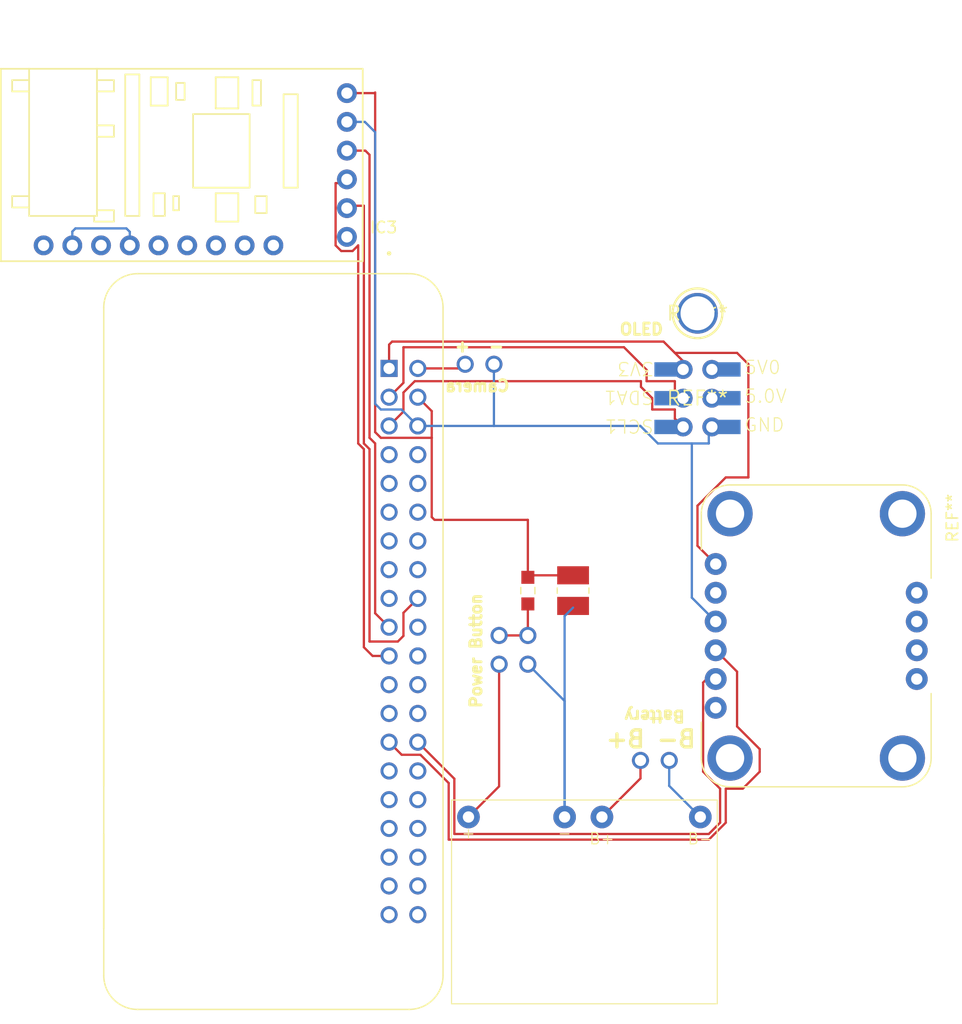
<source format=kicad_pcb>
(kicad_pcb (version 20241229) (generator "pcbnew") (generator_version "9.0")
  (title_block (title "Protoype Power Distribution PCB Design") (rev "V1") (company "VISION"))
  (layers (0 "F.Cu" signal) (4 "In1.Cu" signal) (6 "In2.Cu" signal) (8 "In3.Cu" signal) (10 "In4.Cu" signal) (12 "In5.Cu" signal) (14 "In6.Cu" signal) (16 "In7.Cu" signal) (18 "In8.Cu" signal) (20 "In9.Cu" signal) (22 "In10.Cu" signal) (24 "In11.Cu" signal) (26 "In12.Cu" signal) (28 "In13.Cu" signal) (30 "In14.Cu" signal) (2 "B.Cu" signal) (13 "F.Paste" user) (15 "B.Paste" user) (5 "F.SilkS" user "F.Silkscreen") (7 "B.SilkS" user "B.Silkscreen") (1 "F.Mask" user) (3 "B.Mask" user) (25 "Edge.Cuts" user))
  (net 0 "")
  (footprint "47k:RES_ERA6ARW473V" (layer "F.Cu") (at 118 75 90)
    (property "Reference" "REF**" (hide yes))
    (property "Value" "47kΩ")
    (fp_line (start -0.28 -0.625) (end 0.28 -0.625) (stroke (width 0.127)) (layer "F.SilkS"))
    (fp_line (start -0.28 0.625) (end 0.28 0.625) (stroke (width 0.127)) (layer "F.SilkS"))
    (pad "1" smd rect (at -1.175 0 90) (size 1.15 1.15) (layers "F.Cu" "F.Mask" "F.Paste"))
    (pad "2" smd rect (at 1.175 0 90) (size 1.15 1.15) (layers "F.Cu" "F.Mask" "F.Paste"))
  )
  (footprint "Adafruit 128x32 Pi OLED:RASPBERRYPI_2X3_THMSMT" (layer "F.Cu") (at 133 58)
    (property "Reference" "REF**" (at 0 0 0) (layer "F.SilkS") (effects (font (size 1.27 1.27))))
    (property "Value" "")
    (fp_text user "3V3" (at -3.81 -3.302 180) (layer "F.SilkS") (effects (font (size 1.1684 1.1684) (thickness 0.1016)) (justify left bottom)))
    (fp_text user "5V0" (at 4.064 -2.032 0) (layer "F.SilkS") (effects (font (size 1.1684 1.1684) (thickness 0.1016)) (justify left bottom)))
    (fp_text user "SDA1" (at -3.81 -0.762 180) (layer "F.SilkS") (effects (font (size 1.1684 1.1684) (thickness 0.1016)) (justify left bottom)))
    (fp_text user "GND" (at 4.064 3.048 0) (layer "F.SilkS") (effects (font (size 1.1684 1.1684) (thickness 0.1016)) (justify left bottom)))
    (fp_text user "5.0V" (at 4.064 0.508 0) (layer "F.SilkS") (effects (font (size 1.1684 1.1684) (thickness 0.1016)) (justify left bottom)))
    (fp_text user "SCL1" (at -3.81 1.778 180) (layer "F.SilkS") (effects (font (size 1.1684 1.1684) (thickness 0.1016)) (justify left bottom)))
    (pad "1" thru_hole circle (at -1.27 -2.54 270) (size 1.6764 1.6764) (drill 1) (layers "*.Cu" "*.Mask"))
    (pad "1'" smd rect (at -2.794 -2.54 90) (size 1.27 2.032) (layers "B.Cu" "B.Mask" "B.Paste"))
    (pad "2" thru_hole circle (at 1.27 -2.54 270) (size 1.6764 1.6764) (drill 1) (layers "*.Cu" "*.Mask"))
    (pad "2'" smd rect (at 2.794 -2.54 90) (size 1.27 2.032) (layers "B.Cu" "B.Mask" "B.Paste"))
    (pad "3" thru_hole circle (at -1.27 0 270) (size 1.6764 1.6764) (drill 1) (layers "*.Cu" "*.Mask"))
    (pad "3'" smd rect (at -2.794 0 90) (size 1.27 2.032) (layers "B.Cu" "B.Mask" "B.Paste"))
    (pad "4" thru_hole circle (at 1.27 0 270) (size 1.6764 1.6764) (drill 1) (layers "*.Cu" "*.Mask"))
    (pad "4'" smd rect (at 2.794 0 90) (size 1.27 2.032) (layers "B.Cu" "B.Mask" "B.Paste"))
    (pad "5" thru_hole circle (at -1.27 2.54 270) (size 1.6764 1.6764) (drill 1) (layers "*.Cu" "*.Mask"))
    (pad "5'" smd rect (at -2.794 2.54 90) (size 1.27 2.032) (layers "B.Cu" "B.Mask" "B.Paste"))
    (pad "6" thru_hole circle (at 1.27 2.54 270) (size 1.6764 1.6764) (drill 1) (layers "*.Cu" "*.Mask"))
    (pad "6'" smd rect (at 2.794 2.54 90) (size 1.27 2.032) (layers "B.Cu" "B.Mask" "B.Paste"))
  )
  (footprint "ChargingBoardTP4056:Charging Board TP4056" (layer "F.Cu") (at 122.25 99)
    (property "Reference" "REF**" (hide yes))
    (property "Value" "Charging Board TP4056")
    (fp_line (start -11 -5.5) (end 12.5 -5.5) (stroke (width 0.1)) (layer "F.SilkS"))
    (fp_line (start -11 12.5) (end -11 -5.5) (stroke (width 0.1)) (layer "F.SilkS"))
    (fp_line (start 12.5 -5.5) (end 12.5 12.5) (stroke (width 0.1)) (layer "F.SilkS"))
    (fp_line (start 12.5 12.5) (end -11 12.5) (stroke (width 0.1)) (layer "F.SilkS"))
    (fp_text user "B-" (at 11 -1.5 0) (layer "F.SilkS") (effects (font (thickness 0.1)) (justify bottom)))
    (fp_text user "+" (at -9.5 -2 0) (layer "F.SilkS") (effects (font (thickness 0.1)) (justify bottom)))
    (fp_text user "-" (at -1 -2 0) (layer "F.SilkS") (effects (font (thickness 0.1)) (justify bottom)))
    (fp_text user "B+" (at 2.3 -1.5 0) (layer "F.SilkS") (effects (font (thickness 0.1)) (justify bottom)))
    (pad "1" thru_hole circle (at -9.5 -4) (size 2 2) (drill 1) (layers "*.Cu" "*.Mask"))
    (pad "2" thru_hole circle (at -1 -4) (size 2 2) (drill 1) (layers "*.Cu" "*.Mask"))
    (pad "3" thru_hole circle (at 2.3 -4) (size 2 2) (drill 1) (layers "*.Cu" "*.Mask"))
    (pad "4" thru_hole circle (at 11 -4) (size 2 2) (drill 1) (layers "*.Cu" "*.Mask"))
  )
  (footprint "PCM5102:PCM5102" (layer "F.Cu") (at 95.5 44.5 180)
    (property "Reference" "IC3" (at -9.7415 1.5845 0) (layer "F.SilkS"))
    (property "Value" "PCM5102 Audio Stereo DAC")
    (fp_line (start 24.1 -1.4) (end 24.1 15.6) (stroke (width 0.15)) (layer "F.SilkS"))
    (fp_line (start 24.1 -1.4) (end -7.9 -1.4) (stroke (width 0.15)) (layer "F.SilkS"))
    (fp_line (start 23.1 14.6) (end 21.6 14.6) (stroke (width 0.15)) (layer "F.SilkS"))
    (fp_line (start 23.1 13.6) (end 23.1 14.6) (stroke (width 0.15)) (layer "F.SilkS"))
    (fp_line (start 23.1 4.35) (end 21.6 4.35) (stroke (width 0.15)) (layer "F.SilkS"))
    (fp_line (start 23.1 3.35) (end 23.1 4.35) (stroke (width 0.15)) (layer "F.SilkS"))
    (fp_line (start 21.6 13.6) (end 23.1 13.6) (stroke (width 0.15)) (layer "F.SilkS"))
    (fp_line (start 21.6 3.35) (end 23.1 3.35) (stroke (width 0.15)) (layer "F.SilkS"))
    (fp_line (start 21.6 2.6) (end 21.6 15.6) (stroke (width 0.15)) (layer "F.SilkS"))
    (fp_line (start 15.85 2.1) (end 15.85 2.6) (stroke (width 0.15)) (layer "F.SilkS"))
    (fp_line (start 15.6 15.6) (end 15.6 2.6) (stroke (width 0.15)) (layer "F.SilkS"))
    (fp_line (start 15.6 14.6) (end 14.1 14.6) (stroke (width 0.15)) (layer "F.SilkS"))
    (fp_line (start 15.6 10.6) (end 14.1 10.6) (stroke (width 0.15)) (layer "F.SilkS"))
    (fp_line (start 15.6 3.1) (end 14.1 3.1) (stroke (width 0.15)) (layer "F.SilkS"))
    (fp_line (start 15.6 2.6) (end 21.6 2.6) (stroke (width 0.15)) (layer "F.SilkS"))
    (fp_line (start 14.1 14.6) (end 14.1 13.6) (stroke (width 0.15)) (layer "F.SilkS"))
    (fp_line (start 14.1 13.6) (end 15.6 13.6) (stroke (width 0.15)) (layer "F.SilkS"))
    (fp_line (start 14.1 10.6) (end 14.1 9.6) (stroke (width 0.15)) (layer "F.SilkS"))
    (fp_line (start 14.1 9.6) (end 15.6 9.6) (stroke (width 0.15)) (layer "F.SilkS"))
    (fp_line (start 14.1 3.1) (end 14.1 2.1) (stroke (width 0.15)) (layer "F.SilkS"))
    (fp_line (start 14.1 2.1) (end 15.85 2.1) (stroke (width 0.15)) (layer "F.SilkS"))
    (fp_line (start 13.1 15.1) (end 13.1 2.6) (stroke (width 0.15)) (layer "F.SilkS"))
    (fp_line (start 13.1 2.6) (end 11.85 2.6) (stroke (width 0.15)) (layer "F.SilkS"))
    (fp_line (start 11.85 15.1) (end 13.1 15.1) (stroke (width 0.15)) (layer "F.SilkS"))
    (fp_line (start 11.85 2.6) (end 11.85 15.1) (stroke (width 0.15)) (layer "F.SilkS"))
    (fp_line (start 10.85 14.85) (end 10.85 12.35) (stroke (width 0.15)) (layer "F.SilkS"))
    (fp_line (start 10.85 12.35) (end 9.6 12.35) (stroke (width 0.15)) (layer "F.SilkS"))
    (fp_line (start 10.6 4.6) (end 10.6 2.6) (stroke (width 0.15)) (layer "F.SilkS"))
    (fp_line (start 10.6 2.6) (end 9.6 2.6) (stroke (width 0.15)) (layer "F.SilkS"))
    (fp_line (start 9.6 12.35) (end 9.35 12.35) (stroke (width 0.15)) (layer "F.SilkS"))
    (fp_line (start 9.6 4.6) (end 10.6 4.6) (stroke (width 0.15)) (layer "F.SilkS"))
    (fp_line (start 9.6 2.85) (end 9.6 4.6) (stroke (width 0.15)) (layer "F.SilkS"))
    (fp_line (start 9.6 2.6) (end 9.6 3.1) (stroke (width 0.15)) (layer "F.SilkS"))
    (fp_line (start 9.35 14.85) (end 10.85 14.85) (stroke (width 0.15)) (layer "F.SilkS"))
    (fp_line (start 9.35 12.35) (end 9.35 14.85) (stroke (width 0.15)) (layer "F.SilkS"))
    (fp_line (start 8.85 4.35) (end 8.85 3.1) (stroke (width 0.15)) (layer "F.SilkS"))
    (fp_line (start 8.85 3.1) (end 8.35 3.1) (stroke (width 0.15)) (layer "F.SilkS"))
    (fp_line (start 8.6 14.35) (end 8.6 12.85) (stroke (width 0.15)) (layer "F.SilkS"))
    (fp_line (start 8.6 12.85) (end 7.85 12.85) (stroke (width 0.15)) (layer "F.SilkS"))
    (fp_line (start 8.35 4.35) (end 8.85 4.35) (stroke (width 0.15)) (layer "F.SilkS"))
    (fp_line (start 8.35 3.1) (end 8.35 4.35) (stroke (width 0.15)) (layer "F.SilkS"))
    (fp_line (start 7.85 14.35) (end 8.6 14.35) (stroke (width 0.15)) (layer "F.SilkS"))
    (fp_line (start 7.85 13.35) (end 7.85 14.35) (stroke (width 0.15)) (layer "F.SilkS"))
    (fp_line (start 7.85 13.1) (end 7.85 13.35) (stroke (width 0.15)) (layer "F.SilkS"))
    (fp_line (start 7.85 12.85) (end 7.85 13.1) (stroke (width 0.15)) (layer "F.SilkS"))
    (fp_line (start 7.1 11.6) (end 2.1 11.6) (stroke (width 0.15)) (layer "F.SilkS"))
    (fp_line (start 7.1 5.1) (end 7.1 11.6) (stroke (width 0.15)) (layer "F.SilkS"))
    (fp_line (start 5.1 14.85) (end 4.35 14.85) (stroke (width 0.15)) (layer "F.SilkS"))
    (fp_line (start 5.1 12.1) (end 5.1 14.85) (stroke (width 0.15)) (layer "F.SilkS"))
    (fp_line (start 5.1 4.6) (end 5.1 2.1) (stroke (width 0.15)) (layer "F.SilkS"))
    (fp_line (start 5.1 2.1) (end 3.1 2.1) (stroke (width 0.15)) (layer "F.SilkS"))
    (fp_line (start 4.35 12.1) (end 5.1 12.1) (stroke (width 0.15)) (layer "F.SilkS"))
    (fp_line (start 4.35 12.1) (end 3.1 12.1) (stroke (width 0.15)) (layer "F.SilkS"))
    (fp_line (start 3.1 14.85) (end 4.35 14.85) (stroke (width 0.15)) (layer "F.SilkS"))
    (fp_line (start 3.1 12.1) (end 3.1 14.85) (stroke (width 0.15)) (layer "F.SilkS"))
    (fp_line (start 3.1 4.6) (end 5.1 4.6) (stroke (width 0.15)) (layer "F.SilkS"))
    (fp_line (start 3.1 2.1) (end 3.1 4.6) (stroke (width 0.15)) (layer "F.SilkS"))
    (fp_line (start 2.1 11.6) (end 2.1 5.1) (stroke (width 0.15)) (layer "F.SilkS"))
    (fp_line (start 2.1 5.1) (end 7.1 5.1) (stroke (width 0.15)) (layer "F.SilkS"))
    (fp_line (start 1.85 14.6) (end 1.85 12.35) (stroke (width 0.15)) (layer "F.SilkS"))
    (fp_line (start 1.85 12.35) (end 1.1 12.35) (stroke (width 0.15)) (layer "F.SilkS"))
    (fp_line (start 1.6 4.35) (end 0.6 4.35) (stroke (width 0.15)) (layer "F.SilkS"))
    (fp_line (start 1.6 2.85) (end 1.6 4.35) (stroke (width 0.15)) (layer "F.SilkS"))
    (fp_line (start 1.1 14.6) (end 1.85 14.6) (stroke (width 0.15)) (layer "F.SilkS"))
    (fp_line (start 1.1 12.6) (end 1.1 14.6) (stroke (width 0.15)) (layer "F.SilkS"))
    (fp_line (start 1.1 12.35) (end 1.1 12.6) (stroke (width 0.15)) (layer "F.SilkS"))
    (fp_line (start 0.6 4.35) (end 0.6 2.85) (stroke (width 0.15)) (layer "F.SilkS"))
    (fp_line (start 0.6 2.85) (end 1.6 2.85) (stroke (width 0.15)) (layer "F.SilkS"))
    (fp_line (start -0.9 13.35) (end -2.15 13.35) (stroke (width 0.15)) (layer "F.SilkS"))
    (fp_line (start -0.9 5.1) (end -0.9 13.35) (stroke (width 0.15)) (layer "F.SilkS"))
    (fp_line (start -2.15 13.35) (end -2.15 5.1) (stroke (width 0.15)) (layer "F.SilkS"))
    (fp_line (start -2.15 5.1) (end -0.9 5.1) (stroke (width 0.15)) (layer "F.SilkS"))
    (fp_line (start -7.9 15.6) (end 24.1 15.6) (stroke (width 0.15)) (layer "F.SilkS"))
    (fp_line (start -7.9 -1.4) (end -7.9 15.6) (stroke (width 0.15)) (layer "F.SilkS"))
    (pad "1" thru_hole circle (at -6.5 13.45 180) (size 1.75 1.75) (drill 1) (layers "*.Cu" "*.Mask"))
    (pad "2" thru_hole circle (at -6.5 10.91 180) (size 1.75 1.75) (drill 1) (layers "*.Cu" "*.Mask"))
    (pad "3" thru_hole circle (at -6.5 8.37 180) (size 1.75 1.75) (drill 1) (layers "*.Cu" "*.Mask"))
    (pad "4" thru_hole circle (at -6.5 5.83 180) (size 1.75 1.75) (drill 1) (layers "*.Cu" "*.Mask"))
    (pad "5" thru_hole circle (at -6.5 3.29 180) (size 1.75 1.75) (drill 1) (layers "*.Cu" "*.Mask"))
    (pad "6" thru_hole circle (at -6.5 0.75 180) (size 1.75 1.75) (drill 1) (layers "*.Cu" "*.Mask"))
    (pad "7" thru_hole circle (at 0 0 180) (size 1.75 1.75) (drill 1) (layers "*.Cu" "*.Mask"))
    (pad "8" thru_hole circle (at 2.54 0 180) (size 1.75 1.75) (drill 1) (layers "*.Cu" "*.Mask"))
    (pad "9" thru_hole circle (at 5.08 0 180) (size 1.75 1.75) (drill 1) (layers "*.Cu" "*.Mask"))
    (pad "10" thru_hole circle (at 7.62 0 180) (size 1.75 1.75) (drill 1) (layers "*.Cu" "*.Mask"))
    (pad "11" thru_hole circle (at 10.16 0 180) (size 1.75 1.75) (drill 1) (layers "*.Cu" "*.Mask"))
    (pad "12" thru_hole circle (at 12.7 0 180) (size 1.75 1.75) (drill 1) (layers "*.Cu" "*.Mask"))
    (pad "13" thru_hole circle (at 15.24 0 180) (size 1.75 1.75) (drill 1) (layers "*.Cu" "*.Mask"))
    (pad "14" thru_hole circle (at 17.78 0 180) (size 1.75 1.75) (drill 1) (layers "*.Cu" "*.Mask"))
    (pad "15" thru_hole circle (at 20.32 0 180) (size 1.75 1.75) (drill 1) (layers "*.Cu" "*.Mask"))
  )
  (footprint "" (layer "F.Cu") (at 118 81.5)
    (property "Reference" "" (at 0 0 0) (layer "F.SilkS") (effects (font (size 1.27 1.27))))
    (property "Value" "")
    (pad "3" thru_hole circle (at 0 0 270) (size 1.508 1.508) (drill 1) (layers "*.Cu" "*.Mask"))
  )
  (footprint "" (layer "F.Cu") (at 115 55 90)
    (property "Reference" "" (at 0 0 90) (layer "F.SilkS") (effects (font (size 1.27 1.27))))
    (property "Value" "")
    (pad "2" thru_hole circle (at 0 0) (size 1.508 1.508) (drill 1) (layers "*.Cu" "*.Mask"))
  )
  (footprint "" (layer "F.Cu") (at 130.5 90 90)
    (property "Reference" "" (at 0 0 90) (layer "F.SilkS") (effects (font (size 1.27 1.27))))
    (property "Value" "")
    (pad "2" thru_hole circle (at 0 0) (size 1.508 1.508) (drill 1) (layers "*.Cu" "*.Mask"))
  )
  (footprint "IMU:MODULE_2472" (layer "F.Cu") (at 143.5 79 -90)
    (property "Reference" "REF**" (at -10.41 -12.045 90) (layer "F.SilkS"))
    (property "Value" "IMU BNO055")
    (fp_line (start -7.6352 10.16) (end -10.795 10.16) (stroke (width 0.127)) (layer "F.SilkS"))
    (fp_line (start 10.795 10.16) (end 7.6352 10.16) (stroke (width 0.127)) (layer "F.SilkS"))
    (fp_line (start -13.335 7.62) (end -13.335 -7.62) (stroke (width 0.127)) (layer "F.SilkS"))
    (fp_line (start 13.335 -7.62) (end 13.335 7.62) (stroke (width 0.127)) (layer "F.SilkS"))
    (fp_line (start -10.795 -10.16) (end -5.0952 -10.16) (stroke (width 0.127)) (layer "F.SilkS"))
    (fp_line (start 5.0952 -10.16) (end 10.795 -10.16) (stroke (width 0.127)) (layer "F.SilkS"))
    (fp_arc (start -10.795 10.16) (mid -12.591051 9.416051) (end -13.335 7.62) (stroke (width 0.127)) (layer "F.SilkS"))
    (fp_arc (start 13.335 7.62) (mid 12.591051 9.416051) (end 10.795 10.16) (stroke (width 0.127)) (layer "F.SilkS"))
    (fp_arc (start -13.335 -7.62) (mid -12.591051 -9.416051) (end -10.795 -10.16) (stroke (width 0.127)) (layer "F.SilkS"))
    (fp_arc (start 10.795 -10.16) (mid 12.591051 -9.416051) (end 13.335 -7.62) (stroke (width 0.127)) (layer "F.SilkS"))
    (pad "1" thru_hole circle (at -6.35 8.89 270) (size 1.9304 1.9304) (drill 1) (layers "*.Cu" "*.Mask"))
    (pad "2" thru_hole circle (at -3.81 8.89 270) (size 1.9304 1.9304) (drill 1) (layers "*.Cu" "*.Mask"))
    (pad "3" thru_hole circle (at -1.27 8.89 270) (size 1.9304 1.9304) (drill 1) (layers "*.Cu" "*.Mask"))
    (pad "4" thru_hole circle (at 1.27 8.89 270) (size 1.9304 1.9304) (drill 1) (layers "*.Cu" "*.Mask"))
    (pad "5" thru_hole circle (at 3.81 8.89 270) (size 1.9304 1.9304) (drill 1) (layers "*.Cu" "*.Mask"))
    (pad "6" thru_hole circle (at 6.35 8.89 270) (size 1.9304 1.9304) (drill 1) (layers "*.Cu" "*.Mask"))
    (pad "7" thru_hole circle (at 3.81 -8.89 270) (size 1.9304 1.9304) (drill 1) (layers "*.Cu" "*.Mask"))
    (pad "8" thru_hole circle (at 1.27 -8.89 270) (size 1.9304 1.9304) (drill 1) (layers "*.Cu" "*.Mask"))
    (pad "9" thru_hole circle (at -1.27 -8.89 270) (size 1.9304 1.9304) (drill 1) (layers "*.Cu" "*.Mask"))
    (pad "10" thru_hole circle (at -3.81 -8.89 270) (size 1.9304 1.9304) (drill 1) (layers "*.Cu" "*.Mask"))
    (pad "SH1" thru_hole circle (at -10.795 7.62 270) (size 4 4) (drill 2.5) (layers "*.Cu" "*.Mask"))
    (pad "SH2" thru_hole circle (at 10.795 7.62 270) (size 4 4) (drill 2.5) (layers "*.Cu" "*.Mask"))
    (pad "SH3" thru_hole circle (at 10.795 -7.62 270) (size 4 4) (drill 2.5) (layers "*.Cu" "*.Mask"))
    (pad "SH4" thru_hole circle (at -10.795 -7.62 270) (size 4 4) (drill 2.5) (layers "*.Cu" "*.Mask"))
  )
  (footprint "" (layer "F.Cu") (at 115.46 81.5)
    (property "Reference" "" (at 0 0 0) (layer "F.SilkS") (effects (font (size 1.27 1.27))))
    (property "Value" "")
    (pad "1" thru_hole circle (at 0 0 270) (size 1.508 1.508) (drill 1) (layers "*.Cu" "*.Mask"))
  )
  (footprint "" (layer "F.Cu") (at 112.46 55 90)
    (property "Reference" "" (at 0 0 90) (layer "F.SilkS") (effects (font (size 1.27 1.27))))
    (property "Value" "")
    (pad "1" thru_hole circle (at 0 0) (size 1.508 1.508) (drill 1) (layers "*.Cu" "*.Mask"))
  )
  (footprint "" (layer "F.Cu") (at 118 78.96)
    (property "Reference" "" (at 0 0 0) (layer "F.SilkS") (effects (font (size 1.27 1.27))))
    (property "Value" "")
    (pad "4" thru_hole circle (at 0 0 270) (size 1.508 1.508) (drill 1) (layers "*.Cu" "*.Mask"))
  )
  (footprint "47uF:CAPC3225X280N" (layer "F.Cu") (at 122 75 90)
    (property "Reference" "REF**" (hide yes))
    (property "Value" "47uF")
    (fp_line (start -0.23 -1.4) (end 0.23 -1.4) (stroke (width 0.127)) (layer "F.SilkS"))
    (fp_line (start -0.23 1.4) (end 0.23 1.4) (stroke (width 0.127)) (layer "F.SilkS"))
    (pad "1" smd rect (at -1.353 0 90) (size 1.6 2.81) (layers "F.Cu" "F.Mask" "F.Paste"))
    (pad "2" smd rect (at 1.353 0 90) (size 1.6 2.81) (layers "F.Cu" "F.Mask" "F.Paste"))
  )
  (footprint "Adafruit 128x32 Pi OLED:MOUNTINGHOLE_3.0_PLATEDTHIN" (layer "F.Cu") (at 133 50.5)
    (property "Reference" "REF**" (at 0 0 0) (layer "F.SilkS") (effects (font (size 1.27 1.27))))
    (property "Value" "")
    (fp_circle (center 0 0) (end 2.2 0) (stroke (width 0.2)) (fill no) (layer "F.SilkS"))
    (pad "P$1" thru_hole circle (at 0 0) (size 3.6 3.6) (drill 3) (layers "*.Cu" "*.Mask"))
  )
  (footprint "" (layer "F.Cu") (at 115.46 78.96)
    (property "Reference" "" (at 0 0 0) (layer "F.SilkS") (effects (font (size 1.27 1.27))))
    (property "Value" "")
    (pad "2" thru_hole circle (at 0 0 270) (size 1.508 1.508) (drill 1) (layers "*.Cu" "*.Mask"))
  )
  (footprint "" (layer "F.Cu") (at 127.96 90 90)
    (property "Reference" "" (at 0 0 90) (layer "F.SilkS") (effects (font (size 1.27 1.27))))
    (property "Value" "")
    (pad "1" thru_hole circle (at 0 0) (size 1.508 1.508) (drill 1) (layers "*.Cu" "*.Mask"))
  )
  (footprint "Raspberry Pi Zero 2 w:MODULE_SC1176" (layer "F.Cu") (at 95.5 79.5 -90)
    (property "Reference" "REF**" (hide yes))
    (property "Value" "Raspberry Pi Zero 2w")
    (fp_line (start -29.5 15) (end 29.5 15) (stroke (width 0.127)) (layer "F.SilkS"))
    (fp_line (start 4.4 15) (end 12.75 15) (stroke (width 0.127)) (layer "F.SilkS"))
    (fp_line (start 17 15) (end 25.35 15) (stroke (width 0.127)) (layer "F.SilkS"))
    (fp_line (start 32.5 12) (end 32.5 -12) (stroke (width 0.127)) (layer "F.SilkS"))
    (fp_line (start -32.5 -12) (end -32.5 12) (stroke (width 0.127)) (layer "F.SilkS"))
    (fp_line (start 29.5 -15) (end -29.5 -15) (stroke (width 0.127)) (layer "F.SilkS"))
    (fp_arc (start -29.5 15) (mid -31.62132 14.12132) (end -32.5 12) (stroke (width 0.127)) (layer "F.SilkS"))
    (fp_arc (start 32.5 12) (mid 31.62132 14.12132) (end 29.5 15) (stroke (width 0.127)) (layer "F.SilkS"))
    (fp_arc (start -32.5 -12) (mid -31.62132 -14.12132) (end -29.5 -15) (stroke (width 0.127)) (layer "F.SilkS"))
    (fp_arc (start 29.5 -15) (mid 31.62132 -14.12132) (end 32.5 -12) (stroke (width 0.127)) (layer "F.SilkS"))
    (fp_circle (center -34.29 -10.23) (end -34.19 -10.23) (stroke (width 0.2)) (fill no) (layer "F.SilkS"))
    (pad "" np_thru_hole circle (at -29 -11.5 270) (size 2.75 2.75) (drill 2.75) (layers "*.Cu" "*.Mask"))
    (pad "" np_thru_hole circle (at -29 11.5 270) (size 2.75 2.75) (drill 2.75) (layers "*.Cu" "*.Mask"))
    (pad "" np_thru_hole circle (at 29 -11.5 270) (size 2.75 2.75) (drill 2.75) (layers "*.Cu" "*.Mask"))
    (pad "" np_thru_hole circle (at 29 11.5 270) (size 2.75 2.75) (drill 2.75) (layers "*.Cu" "*.Mask"))
    (pad "1" thru_hole rect (at -24.13 -10.23 270) (size 1.508 1.508) (drill 1) (layers "*.Cu" "*.Mask"))
    (pad "2" thru_hole circle (at -24.13 -12.77 270) (size 1.508 1.508) (drill 1) (layers "*.Cu" "*.Mask"))
    (pad "3" thru_hole circle (at -21.59 -10.23 270) (size 1.508 1.508) (drill 1) (layers "*.Cu" "*.Mask"))
    (pad "4" thru_hole circle (at -21.59 -12.77 270) (size 1.508 1.508) (drill 1) (layers "*.Cu" "*.Mask"))
    (pad "5" thru_hole circle (at -19.05 -10.23 270) (size 1.508 1.508) (drill 1) (layers "*.Cu" "*.Mask"))
    (pad "6" thru_hole circle (at -19.05 -12.77 270) (size 1.508 1.508) (drill 1) (layers "*.Cu" "*.Mask"))
    (pad "7" thru_hole circle (at -16.51 -10.23 270) (size 1.508 1.508) (drill 1) (layers "*.Cu" "*.Mask"))
    (pad "8" thru_hole circle (at -16.51 -12.77 270) (size 1.508 1.508) (drill 1) (layers "*.Cu" "*.Mask"))
    (pad "9" thru_hole circle (at -13.97 -10.23 270) (size 1.508 1.508) (drill 1) (layers "*.Cu" "*.Mask"))
    (pad "10" thru_hole circle (at -13.97 -12.77 270) (size 1.508 1.508) (drill 1) (layers "*.Cu" "*.Mask"))
    (pad "11" thru_hole circle (at -11.43 -10.23 270) (size 1.508 1.508) (drill 1) (layers "*.Cu" "*.Mask"))
    (pad "12" thru_hole circle (at -11.43 -12.77 270) (size 1.508 1.508) (drill 1) (layers "*.Cu" "*.Mask"))
    (pad "13" thru_hole circle (at -8.89 -10.23 270) (size 1.508 1.508) (drill 1) (layers "*.Cu" "*.Mask"))
    (pad "14" thru_hole circle (at -8.89 -12.77 270) (size 1.508 1.508) (drill 1) (layers "*.Cu" "*.Mask"))
    (pad "15" thru_hole circle (at -6.35 -10.23 270) (size 1.508 1.508) (drill 1) (layers "*.Cu" "*.Mask"))
    (pad "16" thru_hole circle (at -6.35 -12.77 270) (size 1.508 1.508) (drill 1) (layers "*.Cu" "*.Mask"))
    (pad "17" thru_hole circle (at -3.81 -10.23 270) (size 1.508 1.508) (drill 1) (layers "*.Cu" "*.Mask"))
    (pad "18" thru_hole circle (at -3.81 -12.77 270) (size 1.508 1.508) (drill 1) (layers "*.Cu" "*.Mask"))
    (pad "19" thru_hole circle (at -1.27 -10.23 270) (size 1.508 1.508) (drill 1) (layers "*.Cu" "*.Mask"))
    (pad "20" thru_hole circle (at -1.27 -12.77 270) (size 1.508 1.508) (drill 1) (layers "*.Cu" "*.Mask"))
    (pad "21" thru_hole circle (at 1.27 -10.23 270) (size 1.508 1.508) (drill 1) (layers "*.Cu" "*.Mask"))
    (pad "22" thru_hole circle (at 1.27 -12.77 270) (size 1.508 1.508) (drill 1) (layers "*.Cu" "*.Mask"))
    (pad "23" thru_hole circle (at 3.81 -10.23 270) (size 1.508 1.508) (drill 1) (layers "*.Cu" "*.Mask"))
    (pad "24" thru_hole circle (at 3.81 -12.77 270) (size 1.508 1.508) (drill 1) (layers "*.Cu" "*.Mask"))
    (pad "25" thru_hole circle (at 6.35 -10.23 270) (size 1.508 1.508) (drill 1) (layers "*.Cu" "*.Mask"))
    (pad "26" thru_hole circle (at 6.35 -12.77 270) (size 1.508 1.508) (drill 1) (layers "*.Cu" "*.Mask"))
    (pad "27" thru_hole circle (at 8.89 -10.23 270) (size 1.508 1.508) (drill 1) (layers "*.Cu" "*.Mask"))
    (pad "28" thru_hole circle (at 8.89 -12.77 270) (size 1.508 1.508) (drill 1) (layers "*.Cu" "*.Mask"))
    (pad "29" thru_hole circle (at 11.43 -10.23 270) (size 1.508 1.508) (drill 1) (layers "*.Cu" "*.Mask"))
    (pad "30" thru_hole circle (at 11.43 -12.77 270) (size 1.508 1.508) (drill 1) (layers "*.Cu" "*.Mask"))
    (pad "31" thru_hole circle (at 13.97 -10.23 270) (size 1.508 1.508) (drill 1) (layers "*.Cu" "*.Mask"))
    (pad "32" thru_hole circle (at 13.97 -12.77 270) (size 1.508 1.508) (drill 1) (layers "*.Cu" "*.Mask"))
    (pad "33" thru_hole circle (at 16.51 -10.23 270) (size 1.508 1.508) (drill 1) (layers "*.Cu" "*.Mask"))
    (pad "34" thru_hole circle (at 16.51 -12.77 270) (size 1.508 1.508) (drill 1) (layers "*.Cu" "*.Mask"))
    (pad "35" thru_hole circle (at 19.05 -10.23 270) (size 1.508 1.508) (drill 1) (layers "*.Cu" "*.Mask"))
    (pad "36" thru_hole circle (at 19.05 -12.77 270) (size 1.508 1.508) (drill 1) (layers "*.Cu" "*.Mask"))
    (pad "37" thru_hole circle (at 21.59 -10.23 270) (size 1.508 1.508) (drill 1) (layers "*.Cu" "*.Mask"))
    (pad "38" thru_hole circle (at 21.59 -12.77 270) (size 1.508 1.508) (drill 1) (layers "*.Cu" "*.Mask"))
    (pad "39" thru_hole circle (at 24.13 -10.23 270) (size 1.508 1.508) (drill 1) (layers "*.Cu" "*.Mask"))
    (pad "40" thru_hole circle (at 24.13 -12.77 270) (size 1.508 1.508) (drill 1) (layers "*.Cu" "*.Mask"))
  )
  (gr_text "Battery" (at 132 85.5 180) (layer "F.SilkS") (effects (font (size 1 1) (thickness 0.25) (bold yes)) (justify left bottom)))
  (gr_text "OLED" (at 126 52.5 0) (layer "F.SilkS") (effects (font (size 1 1) (thickness 0.25) (bold yes)) (justify left bottom)))
  (gr_text "Power Button" (at 114 85.5 90) (layer "F.SilkS") (effects (font (size 1 1) (thickness 0.25) (bold yes)) (justify left bottom)))
  (gr_text "Camera" (at 116.5 57.5 0) (layer "F.SilkS") (effects (font (size 1 1) (thickness 0.25) (bold yes)) (justify left bottom mirror)))
  (gr_text "B-\n" (at 133 89 0) (layer "F.SilkS") (effects (font (size 1.5 1.5) (thickness 0.3) (bold yes)) (justify left bottom mirror)))
  (gr_text "-" (at 116 54 0) (layer "F.SilkS") (effects (font (size 1 1) (thickness 0.25) (bold yes)) (justify left bottom mirror)))
  (gr_text "+" (at 113 54 0) (layer "F.SilkS") (effects (font (size 1 1) (thickness 0.25) (bold yes)) (justify left bottom mirror)))
  (gr_text "B+\n" (at 128.5 89 0) (layer "F.SilkS") (effects (font (size 1.5 1.5) (thickness 0.3) (bold yes)) (justify left bottom mirror)))
  (segment (start 104.5 62) (end 104 61.5) (width 0.2) (layer "F.Cu") (net 0))
  (segment (start 128.5 56.5) (end 131 56.5) (width 0.2) (layer "F.Cu") (net 0))
  (segment (start 108 56.5) (end 128 56.5) (width 0.2) (layer "F.Cu") (net 0))
  (segment (start 133 71.04) (end 134.61 72.65) (width 0.2) (layer "F.Cu") (net 0))
  (segment (start 133.5 91) (end 133.5 83.12) (width 0.2) (layer "F.Cu") (net 0))
  (segment (start 135.5 92.5) (end 137 92.5) (width 0.2) (layer "F.Cu") (net 0))
  (segment (start 104 61.5) (end 104 36.5) (width 0.2) (layer "F.Cu") (net 0))
  (segment (start 131 57.27) (end 131.73 58) (width 0.2) (layer "F.Cu") (net 0))
  (segment (start 129 59) (end 131 59) (width 0.2) (layer "F.Cu") (net 0))
  (segment (start 137.5 55) (end 137.5 65) (width 0.2) (layer "F.Cu") (net 0))
  (segment (start 118 68.75) (end 109.75 68.75) (width 0.2) (layer "F.Cu") (net 0))
  (segment (start 105 61.5) (end 104.5 61) (width 0.2) (layer "F.Cu") (net 0))
  (segment (start 108.27 88.39) (end 111.5 91.62) (width 0.2) (layer "F.Cu") (net 0))
  (segment (start 107 53.5) (end 126.5 53.5) (width 0.2) (layer "F.Cu") (net 0))
  (segment (start 105.73 57.91) (end 107 56.64) (width 0.2) (layer "F.Cu") (net 0))
  (segment (start 118.175 73.825) (end 118.353 73.647) (width 0.2) (layer "F.Cu") (net 0))
  (segment (start 103.5 62) (end 103.5 41) (width 0.2) (layer "F.Cu") (net 0))
  (segment (start 111 97) (end 134 97) (width 0.2) (layer "F.Cu") (net 0))
  (segment (start 107 59.18) (end 107 57.5) (width 0.2) (layer "F.Cu") (net 0))
  (segment (start 111.5 96.5) (end 134 96.5) (width 0.2) (layer "F.Cu") (net 0))
  (segment (start 128.5 55.5) (end 128.5 56.5) (width 0.2) (layer "F.Cu") (net 0))
  (segment (start 107 76.96) (end 107 79) (width 0.2) (layer "F.Cu") (net 0))
  (segment (start 126.5 53.5) (end 128.5 55.5) (width 0.2) (layer "F.Cu") (net 0))
  (segment (start 135 92.5) (end 133.5 91) (width 0.2) (layer "F.Cu") (net 0))
  (segment (start 104.5 31) (end 104.45 31.05) (width 0.2) (layer "F.Cu") (net 0))
  (segment (start 101 44.5) (end 101 39) (width 0.2) (layer "F.Cu") (net 0))
  (segment (start 118 73.825) (end 118.175 73.825) (width 0.2) (layer "F.Cu") (net 0))
  (segment (start 109.5 59.14) (end 108.27 57.91) (width 0.2) (layer "F.Cu") (net 0))
  (segment (start 105.73 55.37) (end 105.73 53.27) (width 0.2) (layer "F.Cu") (net 0))
  (segment (start 131.73 54.73) (end 131.73 55.46) (width 0.2) (layer "F.Cu") (net 0))
  (segment (start 136.5 54) (end 137.5 55) (width 0.2) (layer "F.Cu") (net 0))
  (segment (start 133 67.5) (end 133 71.04) (width 0.2) (layer "F.Cu") (net 0))
  (segment (start 103.5 62.5) (end 103 62) (width 0.2) (layer "F.Cu") (net 0))
  (segment (start 112.09 55.37) (end 112.46 55) (width 0.2) (layer "F.Cu") (net 0))
  (segment (start 108.27 75.69) (end 107 76.96) (width 0.2) (layer "F.Cu") (net 0))
  (segment (start 107 79) (end 106.5 79.5) (width 0.2) (layer "F.Cu") (net 0))
  (segment (start 101.5 45) (end 101 44.5) (width 0.2) (layer "F.Cu") (net 0))
  (segment (start 106.5 79.5) (end 104 79.5) (width 0.2) (layer "F.Cu") (net 0))
  (segment (start 102.21 41) (end 102 41.21) (width 0.2) (layer "F.Cu") (net 0))
  (segment (start 102.5 45) (end 101.5 45) (width 0.2) (layer "F.Cu") (net 0))
  (segment (start 107 57.5) (end 108 56.5) (width 0.2) (layer "F.Cu") (net 0))
  (segment (start 101.67 39) (end 102 38.67) (width 0.2) (layer "F.Cu") (net 0))
  (segment (start 135 95.5) (end 135 92.5) (width 0.2) (layer "F.Cu") (net 0))
  (segment (start 108.5 89.5) (end 111 92) (width 0.2) (layer "F.Cu") (net 0))
  (segment (start 130 53) (end 131 54) (width 0.2) (layer "F.Cu") (net 0))
  (segment (start 136.5 87) (end 136.5 82.16) (width 0.2) (layer "F.Cu") (net 0))
  (segment (start 111 92) (end 111 97) (width 0.2) (layer "F.Cu") (net 0))
  (segment (start 103.63 36.13) (end 102 36.13) (width 0.2) (layer "F.Cu") (net 0))
  (segment (start 136.5 82.16) (end 134.61 80.27) (width 0.2) (layer "F.Cu") (net 0))
  (segment (start 132 57.73) (end 131.73 58) (width 0.2) (layer "F.Cu") (net 0))
  (segment (start 131 56.5) (end 131 57.27) (width 0.2) (layer "F.Cu") (net 0))
  (segment (start 112.75 95) (end 115.46 92.29) (width 0.2) (layer "F.Cu") (net 0))
  (segment (start 104 62.5) (end 103.5 62) (width 0.2) (layer "F.Cu") (net 0))
  (segment (start 107 56.64) (end 107 53.5) (width 0.2) (layer "F.Cu") (net 0))
  (segment (start 133.5 83.12) (end 133.81 82.81) (width 0.2) (layer "F.Cu") (net 0))
  (segment (start 103.5 41) (end 102.21 41) (width 0.2) (layer "F.Cu") (net 0))
  (segment (start 133.81 82.81) (end 134.61 82.81) (width 0.2) (layer "F.Cu") (net 0))
  (segment (start 105.73 60.45) (end 107 59.18) (width 0.2) (layer "F.Cu") (net 0))
  (segment (start 137 92.5) (end 138.5 91) (width 0.2) (layer "F.Cu") (net 0))
  (segment (start 103.5 80) (end 103.5 62.5) (width 0.2) (layer "F.Cu") (net 0))
  (segment (start 105.73 78.23) (end 104.5 77) (width 0.2) (layer "F.Cu") (net 0))
  (segment (start 103 62) (end 103 44.5) (width 0.2) (layer "F.Cu") (net 0))
  (segment (start 101 39) (end 101.67 39) (width 0.2) (layer "F.Cu") (net 0))
  (segment (start 109.5 61.5) (end 105 61.5) (width 0.2) (layer "F.Cu") (net 0))
  (segment (start 103 44.5) (end 102.5 45) (width 0.2) (layer "F.Cu") (net 0))
  (segment (start 118 73.825) (end 118 68.75) (width 0.2) (layer "F.Cu") (net 0))
  (segment (start 109.5 61.5) (end 109.5 59.14) (width 0.2) (layer "F.Cu") (net 0))
  (segment (start 104.5 77) (end 104.5 62) (width 0.2) (layer "F.Cu") (net 0))
  (segment (start 135.5 65) (end 133 67.5) (width 0.2) (layer "F.Cu") (net 0))
  (segment (start 118.353 73.647) (end 122 73.647) (width 0.2) (layer "F.Cu") (net 0))
  (segment (start 127.96 91.59) (end 127.96 90) (width 0.2) (layer "F.Cu") (net 0))
  (segment (start 105.73 53.27) (end 106 53) (width 0.2) (layer "F.Cu") (net 0))
  (segment (start 131 59.81) (end 131.73 60.54) (width 0.2) (layer "F.Cu") (net 0))
  (segment (start 111.5 91.62) (end 111.5 96.5) (width 0.2) (layer "F.Cu") (net 0))
  (segment (start 109.5 68.5) (end 109.5 61.5) (width 0.2) (layer "F.Cu") (net 0))
  (segment (start 124.55 95) (end 127.96 91.59) (width 0.2) (layer "F.Cu") (net 0))
  (segment (start 105.73 80.77) (end 104.27 80.77) (width 0.2) (layer "F.Cu") (net 0))
  (segment (start 115.46 78.96) (end 118 78.96) (width 0.2) (layer "F.Cu") (net 0))
  (segment (start 104.45 31.05) (end 102 31.05) (width 0.2) (layer "F.Cu") (net 0))
  (segment (start 128 56.5) (end 128 57) (width 0.2) (layer "F.Cu") (net 0))
  (segment (start 134 96.5) (end 135 95.5) (width 0.2) (layer "F.Cu") (net 0))
  (segment (start 129 58) (end 129 59) (width 0.2) (layer "F.Cu") (net 0))
  (segment (start 106.84 89.5) (end 108.5 89.5) (width 0.2) (layer "F.Cu") (net 0))
  (segment (start 106 53) (end 130 53) (width 0.2) (layer "F.Cu") (net 0))
  (segment (start 131 59) (end 131 59.81) (width 0.2) (layer "F.Cu") (net 0))
  (segment (start 134 97) (end 135.5 95.5) (width 0.2) (layer "F.Cu") (net 0))
  (segment (start 105.73 88.39) (end 106.84 89.5) (width 0.2) (layer "F.Cu") (net 0))
  (segment (start 131 54) (end 131.73 54.73) (width 0.2) (layer "F.Cu") (net 0))
  (segment (start 128 57) (end 129 58) (width 0.2) (layer "F.Cu") (net 0))
  (segment (start 135.5 95.5) (end 135.5 92.5) (width 0.2) (layer "F.Cu") (net 0))
  (segment (start 104.27 80.77) (end 103.5 80) (width 0.2) (layer "F.Cu") (net 0))
  (segment (start 138.5 89) (end 136.5 87) (width 0.2) (layer "F.Cu") (net 0))
  (segment (start 138.5 91) (end 138.5 89) (width 0.2) (layer "F.Cu") (net 0))
  (segment (start 118 76.175) (end 118 78.96) (width 0.2) (layer "F.Cu") (net 0))
  (segment (start 109.75 68.75) (end 109.5 68.5) (width 0.2) (layer "F.Cu") (net 0))
  (segment (start 104 36.5) (end 103.63 36.13) (width 0.2) (layer "F.Cu") (net 0))
  (segment (start 104 79.5) (end 104 62.5) (width 0.2) (layer "F.Cu") (net 0))
  (segment (start 131 54) (end 136.5 54) (width 0.2) (layer "F.Cu") (net 0))
  (segment (start 108.27 55.37) (end 112.09 55.37) (width 0.2) (layer "F.Cu") (net 0))
  (segment (start 104.5 61) (end 104.5 31) (width 0.2) (layer "F.Cu") (net 0))
  (segment (start 137.5 65) (end 135.5 65) (width 0.2) (layer "F.Cu") (net 0))
  (segment (start 115.46 92.29) (end 115.46 81.5) (width 0.2) (layer "F.Cu") (net 0))
  (segment (start 105 59) (end 106.82 59) (width 0.2) (layer "B.Cu") (net 0))
  (segment (start 77.72 44.5) (end 77.72 43.28) (width 0.2) (layer "B.Cu") (net 0))
  (segment (start 115 60.45) (end 115 55) (width 0.2) (layer "B.Cu") (net 0))
  (segment (start 78 43) (end 82.5 43) (width 0.2) (layer "B.Cu") (net 0))
  (segment (start 132.5 62) (end 134 62) (width 0.2) (layer "B.Cu") (net 0))
  (segment (start 104.5 34.5) (end 104.5 58.5) (width 0.2) (layer "B.Cu") (net 0))
  (segment (start 134 62) (end 134 60.81) (width 0.2) (layer "B.Cu") (net 0))
  (segment (start 108.27 60.45) (end 115 60.45) (width 0.2) (layer "B.Cu") (net 0))
  (segment (start 121.25 95) (end 121.25 77.25) (width 0.2) (layer "B.Cu") (net 0))
  (segment (start 82.5 43) (end 82.8 43.3) (width 0.2) (layer "B.Cu") (net 0))
  (segment (start 132.5 75.62) (end 132.5 62) (width 0.2) (layer "B.Cu") (net 0))
  (segment (start 77.72 43.28) (end 78 43) (width 0.2) (layer "B.Cu") (net 0))
  (segment (start 82.8 43.3) (end 82.8 44.5) (width 0.2) (layer "B.Cu") (net 0))
  (segment (start 127.95 60.45) (end 129.5 62) (width 0.2) (layer "B.Cu") (net 0))
  (segment (start 134 60.81) (end 134.27 60.54) (width 0.2) (layer "B.Cu") (net 0))
  (segment (start 118 81.5) (end 121.25 84.75) (width 0.2) (layer "B.Cu") (net 0))
  (segment (start 129.5 62) (end 132.5 62) (width 0.2) (layer "B.Cu") (net 0))
  (segment (start 104.5 58.5) (end 105 59) (width 0.2) (layer "B.Cu") (net 0))
  (segment (start 134.61 77.73) (end 132.5 75.62) (width 0.2) (layer "B.Cu") (net 0))
  (segment (start 121.25 77.25) (end 122 76.5) (width 0.2) (layer "B.Cu") (net 0))
  (segment (start 103.59 33.59) (end 104.5 34.5) (width 0.2) (layer "B.Cu") (net 0))
  (segment (start 106.82 59) (end 108.27 60.45) (width 0.2) (layer "B.Cu") (net 0))
  (segment (start 130.5 92.25) (end 130.5 90) (width 0.2) (layer "B.Cu") (net 0))
  (segment (start 102 33.59) (end 103.59 33.59) (width 0.2) (layer "B.Cu") (net 0))
  (segment (start 121.25 84.75) (end 121.25 95) (width 0.2) (layer "B.Cu") (net 0))
  (segment (start 133.25 95) (end 130.5 92.25) (width 0.2) (layer "B.Cu") (net 0))
  (segment (start 115 60.45) (end 127.95 60.45) (width 0.2) (layer "B.Cu") (net 0))
)
</source>
